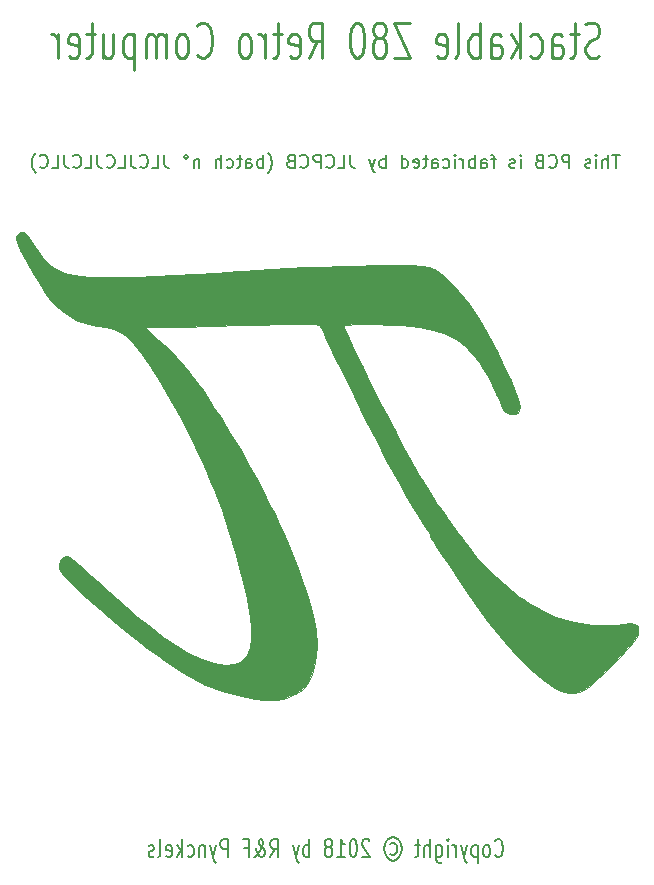
<source format=gbo>
%TF.GenerationSoftware,KiCad,Pcbnew,(5.0.1)-3*%
%TF.CreationDate,2018-11-22T17:32:38+01:00*%
%TF.ProjectId,S80 Processor,5338302050726F636573736F722E6B69,2.0*%
%TF.SameCoordinates,Original*%
%TF.FileFunction,Legend,Bot*%
%TF.FilePolarity,Positive*%
%FSLAX46Y46*%
G04 Gerber Fmt 4.6, Leading zero omitted, Abs format (unit mm)*
G04 Created by KiCad (PCBNEW (5.0.1)-3) date 22/11/2018 17:32:38*
%MOMM*%
%LPD*%
G01*
G04 APERTURE LIST*
%ADD10C,0.150000*%
%ADD11C,0.250000*%
%ADD12C,0.010000*%
G04 APERTURE END LIST*
D10*
X118435710Y-100682834D02*
X118488091Y-100754262D01*
X118645234Y-100825691D01*
X118749996Y-100825691D01*
X118907139Y-100754262D01*
X119011900Y-100611405D01*
X119064281Y-100468548D01*
X119116662Y-100182834D01*
X119116662Y-99968548D01*
X119064281Y-99682834D01*
X119011900Y-99539977D01*
X118907139Y-99397120D01*
X118749996Y-99325691D01*
X118645234Y-99325691D01*
X118488091Y-99397120D01*
X118435710Y-99468548D01*
X117807139Y-100825691D02*
X117911900Y-100754262D01*
X117964281Y-100682834D01*
X118016662Y-100539977D01*
X118016662Y-100111405D01*
X117964281Y-99968548D01*
X117911900Y-99897120D01*
X117807139Y-99825691D01*
X117649996Y-99825691D01*
X117545234Y-99897120D01*
X117492853Y-99968548D01*
X117440472Y-100111405D01*
X117440472Y-100539977D01*
X117492853Y-100682834D01*
X117545234Y-100754262D01*
X117649996Y-100825691D01*
X117807139Y-100825691D01*
X116969043Y-99825691D02*
X116969043Y-101325691D01*
X116969043Y-99897120D02*
X116864281Y-99825691D01*
X116654758Y-99825691D01*
X116549996Y-99897120D01*
X116497615Y-99968548D01*
X116445234Y-100111405D01*
X116445234Y-100539977D01*
X116497615Y-100682834D01*
X116549996Y-100754262D01*
X116654758Y-100825691D01*
X116864281Y-100825691D01*
X116969043Y-100754262D01*
X116078567Y-99825691D02*
X115816662Y-100825691D01*
X115554758Y-99825691D02*
X115816662Y-100825691D01*
X115921424Y-101182834D01*
X115973805Y-101254262D01*
X116078567Y-101325691D01*
X115135710Y-100825691D02*
X115135710Y-99825691D01*
X115135710Y-100111405D02*
X115083329Y-99968548D01*
X115030948Y-99897120D01*
X114926186Y-99825691D01*
X114821424Y-99825691D01*
X114454758Y-100825691D02*
X114454758Y-99825691D01*
X114454758Y-99325691D02*
X114507139Y-99397120D01*
X114454758Y-99468548D01*
X114402377Y-99397120D01*
X114454758Y-99325691D01*
X114454758Y-99468548D01*
X113459520Y-99825691D02*
X113459520Y-101039977D01*
X113511900Y-101182834D01*
X113564281Y-101254262D01*
X113669043Y-101325691D01*
X113826186Y-101325691D01*
X113930948Y-101254262D01*
X113459520Y-100754262D02*
X113564281Y-100825691D01*
X113773805Y-100825691D01*
X113878567Y-100754262D01*
X113930948Y-100682834D01*
X113983329Y-100539977D01*
X113983329Y-100111405D01*
X113930948Y-99968548D01*
X113878567Y-99897120D01*
X113773805Y-99825691D01*
X113564281Y-99825691D01*
X113459520Y-99897120D01*
X112935710Y-100825691D02*
X112935710Y-99325691D01*
X112464281Y-100825691D02*
X112464281Y-100039977D01*
X112516662Y-99897120D01*
X112621424Y-99825691D01*
X112778567Y-99825691D01*
X112883329Y-99897120D01*
X112935710Y-99968548D01*
X112097615Y-99825691D02*
X111678567Y-99825691D01*
X111940472Y-99325691D02*
X111940472Y-100611405D01*
X111888091Y-100754262D01*
X111783329Y-100825691D01*
X111678567Y-100825691D01*
X109583329Y-99682834D02*
X109688091Y-99611405D01*
X109897615Y-99611405D01*
X110002377Y-99682834D01*
X110107139Y-99825691D01*
X110159520Y-99968548D01*
X110159520Y-100254262D01*
X110107139Y-100397120D01*
X110002377Y-100539977D01*
X109897615Y-100611405D01*
X109688091Y-100611405D01*
X109583329Y-100539977D01*
X109792853Y-99111405D02*
X110054758Y-99182834D01*
X110316662Y-99397120D01*
X110473805Y-99754262D01*
X110526186Y-100111405D01*
X110473805Y-100468548D01*
X110316662Y-100825691D01*
X110054758Y-101039977D01*
X109792853Y-101111405D01*
X109530948Y-101039977D01*
X109269043Y-100825691D01*
X109111900Y-100468548D01*
X109059520Y-100111405D01*
X109111900Y-99754262D01*
X109269043Y-99397120D01*
X109530948Y-99182834D01*
X109792853Y-99111405D01*
X107802377Y-99468548D02*
X107749996Y-99397120D01*
X107645234Y-99325691D01*
X107383329Y-99325691D01*
X107278567Y-99397120D01*
X107226186Y-99468548D01*
X107173805Y-99611405D01*
X107173805Y-99754262D01*
X107226186Y-99968548D01*
X107854758Y-100825691D01*
X107173805Y-100825691D01*
X106492853Y-99325691D02*
X106388091Y-99325691D01*
X106283329Y-99397120D01*
X106230948Y-99468548D01*
X106178567Y-99611405D01*
X106126186Y-99897120D01*
X106126186Y-100254262D01*
X106178567Y-100539977D01*
X106230948Y-100682834D01*
X106283329Y-100754262D01*
X106388091Y-100825691D01*
X106492853Y-100825691D01*
X106597615Y-100754262D01*
X106649996Y-100682834D01*
X106702377Y-100539977D01*
X106754758Y-100254262D01*
X106754758Y-99897120D01*
X106702377Y-99611405D01*
X106649996Y-99468548D01*
X106597615Y-99397120D01*
X106492853Y-99325691D01*
X105078567Y-100825691D02*
X105707139Y-100825691D01*
X105392853Y-100825691D02*
X105392853Y-99325691D01*
X105497615Y-99539977D01*
X105602377Y-99682834D01*
X105707139Y-99754262D01*
X104449996Y-99968548D02*
X104554758Y-99897120D01*
X104607139Y-99825691D01*
X104659520Y-99682834D01*
X104659520Y-99611405D01*
X104607139Y-99468548D01*
X104554758Y-99397120D01*
X104449996Y-99325691D01*
X104240472Y-99325691D01*
X104135710Y-99397120D01*
X104083329Y-99468548D01*
X104030948Y-99611405D01*
X104030948Y-99682834D01*
X104083329Y-99825691D01*
X104135710Y-99897120D01*
X104240472Y-99968548D01*
X104449996Y-99968548D01*
X104554758Y-100039977D01*
X104607139Y-100111405D01*
X104659520Y-100254262D01*
X104659520Y-100539977D01*
X104607139Y-100682834D01*
X104554758Y-100754262D01*
X104449996Y-100825691D01*
X104240472Y-100825691D01*
X104135710Y-100754262D01*
X104083329Y-100682834D01*
X104030948Y-100539977D01*
X104030948Y-100254262D01*
X104083329Y-100111405D01*
X104135710Y-100039977D01*
X104240472Y-99968548D01*
X102721424Y-100825691D02*
X102721424Y-99325691D01*
X102721424Y-99897120D02*
X102616662Y-99825691D01*
X102407139Y-99825691D01*
X102302377Y-99897120D01*
X102249996Y-99968548D01*
X102197615Y-100111405D01*
X102197615Y-100539977D01*
X102249996Y-100682834D01*
X102302377Y-100754262D01*
X102407139Y-100825691D01*
X102616662Y-100825691D01*
X102721424Y-100754262D01*
X101830948Y-99825691D02*
X101569043Y-100825691D01*
X101307139Y-99825691D02*
X101569043Y-100825691D01*
X101673805Y-101182834D01*
X101726186Y-101254262D01*
X101830948Y-101325691D01*
X99421424Y-100825691D02*
X99788091Y-100111405D01*
X100049996Y-100825691D02*
X100049996Y-99325691D01*
X99630948Y-99325691D01*
X99526186Y-99397120D01*
X99473805Y-99468548D01*
X99421424Y-99611405D01*
X99421424Y-99825691D01*
X99473805Y-99968548D01*
X99526186Y-100039977D01*
X99630948Y-100111405D01*
X100049996Y-100111405D01*
X98059519Y-100825691D02*
X98111900Y-100825691D01*
X98216662Y-100754262D01*
X98373805Y-100539977D01*
X98635710Y-100111405D01*
X98740472Y-99897120D01*
X98792853Y-99682834D01*
X98792853Y-99539977D01*
X98740472Y-99397120D01*
X98635710Y-99325691D01*
X98583329Y-99325691D01*
X98478567Y-99397120D01*
X98426186Y-99539977D01*
X98426186Y-99611405D01*
X98478567Y-99754262D01*
X98530948Y-99825691D01*
X98845234Y-100111405D01*
X98897615Y-100182834D01*
X98949996Y-100325691D01*
X98949996Y-100539977D01*
X98897615Y-100682834D01*
X98845234Y-100754262D01*
X98740472Y-100825691D01*
X98583329Y-100825691D01*
X98478567Y-100754262D01*
X98426186Y-100682834D01*
X98269043Y-100397120D01*
X98216662Y-100182834D01*
X98216662Y-100039977D01*
X97221424Y-100039977D02*
X97588091Y-100039977D01*
X97588091Y-100825691D02*
X97588091Y-99325691D01*
X97064281Y-99325691D01*
X95807139Y-100825691D02*
X95807139Y-99325691D01*
X95388091Y-99325691D01*
X95283329Y-99397120D01*
X95230948Y-99468548D01*
X95178567Y-99611405D01*
X95178567Y-99825691D01*
X95230948Y-99968548D01*
X95283329Y-100039977D01*
X95388091Y-100111405D01*
X95807139Y-100111405D01*
X94811900Y-99825691D02*
X94549996Y-100825691D01*
X94288091Y-99825691D02*
X94549996Y-100825691D01*
X94654758Y-101182834D01*
X94707139Y-101254262D01*
X94811900Y-101325691D01*
X93869043Y-99825691D02*
X93869043Y-100825691D01*
X93869043Y-99968548D02*
X93816662Y-99897120D01*
X93711900Y-99825691D01*
X93554758Y-99825691D01*
X93449996Y-99897120D01*
X93397615Y-100039977D01*
X93397615Y-100825691D01*
X92402377Y-100754262D02*
X92507139Y-100825691D01*
X92716662Y-100825691D01*
X92821424Y-100754262D01*
X92873805Y-100682834D01*
X92926186Y-100539977D01*
X92926186Y-100111405D01*
X92873805Y-99968548D01*
X92821424Y-99897120D01*
X92716662Y-99825691D01*
X92507139Y-99825691D01*
X92402377Y-99897120D01*
X91930948Y-100825691D02*
X91930948Y-99325691D01*
X91826186Y-100254262D02*
X91511900Y-100825691D01*
X91511900Y-99825691D02*
X91930948Y-100397120D01*
X90621424Y-100754262D02*
X90726186Y-100825691D01*
X90935710Y-100825691D01*
X91040472Y-100754262D01*
X91092853Y-100611405D01*
X91092853Y-100039977D01*
X91040472Y-99897120D01*
X90935710Y-99825691D01*
X90726186Y-99825691D01*
X90621424Y-99897120D01*
X90569043Y-100039977D01*
X90569043Y-100182834D01*
X91092853Y-100325691D01*
X89940472Y-100825691D02*
X90045234Y-100754262D01*
X90097615Y-100611405D01*
X90097615Y-99325691D01*
X89573805Y-100754262D02*
X89469043Y-100825691D01*
X89259519Y-100825691D01*
X89154758Y-100754262D01*
X89102377Y-100611405D01*
X89102377Y-100539977D01*
X89154758Y-100397120D01*
X89259519Y-100325691D01*
X89416662Y-100325691D01*
X89521424Y-100254262D01*
X89573805Y-100111405D01*
X89573805Y-100039977D01*
X89521424Y-99897120D01*
X89416662Y-99825691D01*
X89259519Y-99825691D01*
X89154758Y-99897120D01*
D11*
X127235238Y-33024485D02*
X126949523Y-33167342D01*
X126473333Y-33167342D01*
X126282857Y-33024485D01*
X126187619Y-32881628D01*
X126092380Y-32595914D01*
X126092380Y-32310200D01*
X126187619Y-32024485D01*
X126282857Y-31881628D01*
X126473333Y-31738771D01*
X126854285Y-31595914D01*
X127044761Y-31453057D01*
X127140000Y-31310200D01*
X127235238Y-31024485D01*
X127235238Y-30738771D01*
X127140000Y-30453057D01*
X127044761Y-30310200D01*
X126854285Y-30167342D01*
X126378095Y-30167342D01*
X126092380Y-30310200D01*
X125520952Y-31167342D02*
X124759047Y-31167342D01*
X125235238Y-30167342D02*
X125235238Y-32738771D01*
X125140000Y-33024485D01*
X124949523Y-33167342D01*
X124759047Y-33167342D01*
X123235238Y-33167342D02*
X123235238Y-31595914D01*
X123330476Y-31310200D01*
X123520952Y-31167342D01*
X123901904Y-31167342D01*
X124092380Y-31310200D01*
X123235238Y-33024485D02*
X123425714Y-33167342D01*
X123901904Y-33167342D01*
X124092380Y-33024485D01*
X124187619Y-32738771D01*
X124187619Y-32453057D01*
X124092380Y-32167342D01*
X123901904Y-32024485D01*
X123425714Y-32024485D01*
X123235238Y-31881628D01*
X121425714Y-33024485D02*
X121616190Y-33167342D01*
X121997142Y-33167342D01*
X122187619Y-33024485D01*
X122282857Y-32881628D01*
X122378095Y-32595914D01*
X122378095Y-31738771D01*
X122282857Y-31453057D01*
X122187619Y-31310200D01*
X121997142Y-31167342D01*
X121616190Y-31167342D01*
X121425714Y-31310200D01*
X120568571Y-33167342D02*
X120568571Y-30167342D01*
X120378095Y-32024485D02*
X119806666Y-33167342D01*
X119806666Y-31167342D02*
X120568571Y-32310200D01*
X118092380Y-33167342D02*
X118092380Y-31595914D01*
X118187619Y-31310200D01*
X118378095Y-31167342D01*
X118759047Y-31167342D01*
X118949523Y-31310200D01*
X118092380Y-33024485D02*
X118282857Y-33167342D01*
X118759047Y-33167342D01*
X118949523Y-33024485D01*
X119044761Y-32738771D01*
X119044761Y-32453057D01*
X118949523Y-32167342D01*
X118759047Y-32024485D01*
X118282857Y-32024485D01*
X118092380Y-31881628D01*
X117140000Y-33167342D02*
X117140000Y-30167342D01*
X117140000Y-31310200D02*
X116949523Y-31167342D01*
X116568571Y-31167342D01*
X116378095Y-31310200D01*
X116282857Y-31453057D01*
X116187619Y-31738771D01*
X116187619Y-32595914D01*
X116282857Y-32881628D01*
X116378095Y-33024485D01*
X116568571Y-33167342D01*
X116949523Y-33167342D01*
X117140000Y-33024485D01*
X115044761Y-33167342D02*
X115235238Y-33024485D01*
X115330476Y-32738771D01*
X115330476Y-30167342D01*
X113520952Y-33024485D02*
X113711428Y-33167342D01*
X114092380Y-33167342D01*
X114282857Y-33024485D01*
X114378095Y-32738771D01*
X114378095Y-31595914D01*
X114282857Y-31310200D01*
X114092380Y-31167342D01*
X113711428Y-31167342D01*
X113520952Y-31310200D01*
X113425714Y-31595914D01*
X113425714Y-31881628D01*
X114378095Y-32167342D01*
X111235238Y-30167342D02*
X109901904Y-30167342D01*
X111235238Y-33167342D01*
X109901904Y-33167342D01*
X108854285Y-31453057D02*
X109044761Y-31310200D01*
X109140000Y-31167342D01*
X109235238Y-30881628D01*
X109235238Y-30738771D01*
X109140000Y-30453057D01*
X109044761Y-30310200D01*
X108854285Y-30167342D01*
X108473333Y-30167342D01*
X108282857Y-30310200D01*
X108187619Y-30453057D01*
X108092380Y-30738771D01*
X108092380Y-30881628D01*
X108187619Y-31167342D01*
X108282857Y-31310200D01*
X108473333Y-31453057D01*
X108854285Y-31453057D01*
X109044761Y-31595914D01*
X109140000Y-31738771D01*
X109235238Y-32024485D01*
X109235238Y-32595914D01*
X109140000Y-32881628D01*
X109044761Y-33024485D01*
X108854285Y-33167342D01*
X108473333Y-33167342D01*
X108282857Y-33024485D01*
X108187619Y-32881628D01*
X108092380Y-32595914D01*
X108092380Y-32024485D01*
X108187619Y-31738771D01*
X108282857Y-31595914D01*
X108473333Y-31453057D01*
X106854285Y-30167342D02*
X106663809Y-30167342D01*
X106473333Y-30310200D01*
X106378095Y-30453057D01*
X106282857Y-30738771D01*
X106187619Y-31310200D01*
X106187619Y-32024485D01*
X106282857Y-32595914D01*
X106378095Y-32881628D01*
X106473333Y-33024485D01*
X106663809Y-33167342D01*
X106854285Y-33167342D01*
X107044761Y-33024485D01*
X107140000Y-32881628D01*
X107235238Y-32595914D01*
X107330476Y-32024485D01*
X107330476Y-31310200D01*
X107235238Y-30738771D01*
X107140000Y-30453057D01*
X107044761Y-30310200D01*
X106854285Y-30167342D01*
X102663809Y-33167342D02*
X103330476Y-31738771D01*
X103806666Y-33167342D02*
X103806666Y-30167342D01*
X103044761Y-30167342D01*
X102854285Y-30310200D01*
X102759047Y-30453057D01*
X102663809Y-30738771D01*
X102663809Y-31167342D01*
X102759047Y-31453057D01*
X102854285Y-31595914D01*
X103044761Y-31738771D01*
X103806666Y-31738771D01*
X101044761Y-33024485D02*
X101235238Y-33167342D01*
X101616190Y-33167342D01*
X101806666Y-33024485D01*
X101901904Y-32738771D01*
X101901904Y-31595914D01*
X101806666Y-31310200D01*
X101616190Y-31167342D01*
X101235238Y-31167342D01*
X101044761Y-31310200D01*
X100949523Y-31595914D01*
X100949523Y-31881628D01*
X101901904Y-32167342D01*
X100378095Y-31167342D02*
X99616190Y-31167342D01*
X100092380Y-30167342D02*
X100092380Y-32738771D01*
X99997142Y-33024485D01*
X99806666Y-33167342D01*
X99616190Y-33167342D01*
X98949523Y-33167342D02*
X98949523Y-31167342D01*
X98949523Y-31738771D02*
X98854285Y-31453057D01*
X98759047Y-31310200D01*
X98568571Y-31167342D01*
X98378095Y-31167342D01*
X97425714Y-33167342D02*
X97616190Y-33024485D01*
X97711428Y-32881628D01*
X97806666Y-32595914D01*
X97806666Y-31738771D01*
X97711428Y-31453057D01*
X97616190Y-31310200D01*
X97425714Y-31167342D01*
X97140000Y-31167342D01*
X96949523Y-31310200D01*
X96854285Y-31453057D01*
X96759047Y-31738771D01*
X96759047Y-32595914D01*
X96854285Y-32881628D01*
X96949523Y-33024485D01*
X97140000Y-33167342D01*
X97425714Y-33167342D01*
X93235238Y-32881628D02*
X93330476Y-33024485D01*
X93616190Y-33167342D01*
X93806666Y-33167342D01*
X94092380Y-33024485D01*
X94282857Y-32738771D01*
X94378095Y-32453057D01*
X94473333Y-31881628D01*
X94473333Y-31453057D01*
X94378095Y-30881628D01*
X94282857Y-30595914D01*
X94092380Y-30310200D01*
X93806666Y-30167342D01*
X93616190Y-30167342D01*
X93330476Y-30310200D01*
X93235238Y-30453057D01*
X92092380Y-33167342D02*
X92282857Y-33024485D01*
X92378095Y-32881628D01*
X92473333Y-32595914D01*
X92473333Y-31738771D01*
X92378095Y-31453057D01*
X92282857Y-31310200D01*
X92092380Y-31167342D01*
X91806666Y-31167342D01*
X91616190Y-31310200D01*
X91520952Y-31453057D01*
X91425714Y-31738771D01*
X91425714Y-32595914D01*
X91520952Y-32881628D01*
X91616190Y-33024485D01*
X91806666Y-33167342D01*
X92092380Y-33167342D01*
X90568571Y-33167342D02*
X90568571Y-31167342D01*
X90568571Y-31453057D02*
X90473333Y-31310200D01*
X90282857Y-31167342D01*
X89997142Y-31167342D01*
X89806666Y-31310200D01*
X89711428Y-31595914D01*
X89711428Y-33167342D01*
X89711428Y-31595914D02*
X89616190Y-31310200D01*
X89425714Y-31167342D01*
X89140000Y-31167342D01*
X88949523Y-31310200D01*
X88854285Y-31595914D01*
X88854285Y-33167342D01*
X87901904Y-31167342D02*
X87901904Y-34167342D01*
X87901904Y-31310200D02*
X87711428Y-31167342D01*
X87330476Y-31167342D01*
X87140000Y-31310200D01*
X87044761Y-31453057D01*
X86949523Y-31738771D01*
X86949523Y-32595914D01*
X87044761Y-32881628D01*
X87140000Y-33024485D01*
X87330476Y-33167342D01*
X87711428Y-33167342D01*
X87901904Y-33024485D01*
X85235238Y-31167342D02*
X85235238Y-33167342D01*
X86092380Y-31167342D02*
X86092380Y-32738771D01*
X85997142Y-33024485D01*
X85806666Y-33167342D01*
X85520952Y-33167342D01*
X85330476Y-33024485D01*
X85235238Y-32881628D01*
X84568571Y-31167342D02*
X83806666Y-31167342D01*
X84282857Y-30167342D02*
X84282857Y-32738771D01*
X84187619Y-33024485D01*
X83997142Y-33167342D01*
X83806666Y-33167342D01*
X82378095Y-33024485D02*
X82568571Y-33167342D01*
X82949523Y-33167342D01*
X83140000Y-33024485D01*
X83235238Y-32738771D01*
X83235238Y-31595914D01*
X83140000Y-31310200D01*
X82949523Y-31167342D01*
X82568571Y-31167342D01*
X82378095Y-31310200D01*
X82282857Y-31595914D01*
X82282857Y-31881628D01*
X83235238Y-32167342D01*
X81425714Y-33167342D02*
X81425714Y-31167342D01*
X81425714Y-31738771D02*
X81330476Y-31453057D01*
X81235238Y-31310200D01*
X81044761Y-31167342D01*
X80854285Y-31167342D01*
D10*
X128980523Y-41361619D02*
X128351952Y-41361619D01*
X128666238Y-42461619D02*
X128666238Y-41361619D01*
X127985285Y-42461619D02*
X127985285Y-41361619D01*
X127513857Y-42461619D02*
X127513857Y-41885428D01*
X127566238Y-41780666D01*
X127671000Y-41728285D01*
X127828142Y-41728285D01*
X127932904Y-41780666D01*
X127985285Y-41833047D01*
X126990047Y-42461619D02*
X126990047Y-41728285D01*
X126990047Y-41361619D02*
X127042428Y-41414000D01*
X126990047Y-41466380D01*
X126937666Y-41414000D01*
X126990047Y-41361619D01*
X126990047Y-41466380D01*
X126518619Y-42409238D02*
X126413857Y-42461619D01*
X126204333Y-42461619D01*
X126099571Y-42409238D01*
X126047190Y-42304476D01*
X126047190Y-42252095D01*
X126099571Y-42147333D01*
X126204333Y-42094952D01*
X126361476Y-42094952D01*
X126466238Y-42042571D01*
X126518619Y-41937809D01*
X126518619Y-41885428D01*
X126466238Y-41780666D01*
X126361476Y-41728285D01*
X126204333Y-41728285D01*
X126099571Y-41780666D01*
X124737666Y-42461619D02*
X124737666Y-41361619D01*
X124318619Y-41361619D01*
X124213857Y-41414000D01*
X124161476Y-41466380D01*
X124109095Y-41571142D01*
X124109095Y-41728285D01*
X124161476Y-41833047D01*
X124213857Y-41885428D01*
X124318619Y-41937809D01*
X124737666Y-41937809D01*
X123009095Y-42356857D02*
X123061476Y-42409238D01*
X123218619Y-42461619D01*
X123323380Y-42461619D01*
X123480523Y-42409238D01*
X123585285Y-42304476D01*
X123637666Y-42199714D01*
X123690047Y-41990190D01*
X123690047Y-41833047D01*
X123637666Y-41623523D01*
X123585285Y-41518761D01*
X123480523Y-41414000D01*
X123323380Y-41361619D01*
X123218619Y-41361619D01*
X123061476Y-41414000D01*
X123009095Y-41466380D01*
X122171000Y-41885428D02*
X122013857Y-41937809D01*
X121961476Y-41990190D01*
X121909095Y-42094952D01*
X121909095Y-42252095D01*
X121961476Y-42356857D01*
X122013857Y-42409238D01*
X122118619Y-42461619D01*
X122537666Y-42461619D01*
X122537666Y-41361619D01*
X122171000Y-41361619D01*
X122066238Y-41414000D01*
X122013857Y-41466380D01*
X121961476Y-41571142D01*
X121961476Y-41675904D01*
X122013857Y-41780666D01*
X122066238Y-41833047D01*
X122171000Y-41885428D01*
X122537666Y-41885428D01*
X120599571Y-42461619D02*
X120599571Y-41728285D01*
X120599571Y-41361619D02*
X120651952Y-41414000D01*
X120599571Y-41466380D01*
X120547190Y-41414000D01*
X120599571Y-41361619D01*
X120599571Y-41466380D01*
X120128142Y-42409238D02*
X120023380Y-42461619D01*
X119813857Y-42461619D01*
X119709095Y-42409238D01*
X119656714Y-42304476D01*
X119656714Y-42252095D01*
X119709095Y-42147333D01*
X119813857Y-42094952D01*
X119971000Y-42094952D01*
X120075761Y-42042571D01*
X120128142Y-41937809D01*
X120128142Y-41885428D01*
X120075761Y-41780666D01*
X119971000Y-41728285D01*
X119813857Y-41728285D01*
X119709095Y-41780666D01*
X118504333Y-41728285D02*
X118085285Y-41728285D01*
X118347190Y-42461619D02*
X118347190Y-41518761D01*
X118294809Y-41414000D01*
X118190047Y-41361619D01*
X118085285Y-41361619D01*
X117247190Y-42461619D02*
X117247190Y-41885428D01*
X117299571Y-41780666D01*
X117404333Y-41728285D01*
X117613857Y-41728285D01*
X117718619Y-41780666D01*
X117247190Y-42409238D02*
X117351952Y-42461619D01*
X117613857Y-42461619D01*
X117718619Y-42409238D01*
X117771000Y-42304476D01*
X117771000Y-42199714D01*
X117718619Y-42094952D01*
X117613857Y-42042571D01*
X117351952Y-42042571D01*
X117247190Y-41990190D01*
X116723380Y-42461619D02*
X116723380Y-41361619D01*
X116723380Y-41780666D02*
X116618619Y-41728285D01*
X116409095Y-41728285D01*
X116304333Y-41780666D01*
X116251952Y-41833047D01*
X116199571Y-41937809D01*
X116199571Y-42252095D01*
X116251952Y-42356857D01*
X116304333Y-42409238D01*
X116409095Y-42461619D01*
X116618619Y-42461619D01*
X116723380Y-42409238D01*
X115728142Y-42461619D02*
X115728142Y-41728285D01*
X115728142Y-41937809D02*
X115675761Y-41833047D01*
X115623380Y-41780666D01*
X115518619Y-41728285D01*
X115413857Y-41728285D01*
X115047190Y-42461619D02*
X115047190Y-41728285D01*
X115047190Y-41361619D02*
X115099571Y-41414000D01*
X115047190Y-41466380D01*
X114994809Y-41414000D01*
X115047190Y-41361619D01*
X115047190Y-41466380D01*
X114051952Y-42409238D02*
X114156714Y-42461619D01*
X114366238Y-42461619D01*
X114470999Y-42409238D01*
X114523380Y-42356857D01*
X114575761Y-42252095D01*
X114575761Y-41937809D01*
X114523380Y-41833047D01*
X114470999Y-41780666D01*
X114366238Y-41728285D01*
X114156714Y-41728285D01*
X114051952Y-41780666D01*
X113109095Y-42461619D02*
X113109095Y-41885428D01*
X113161476Y-41780666D01*
X113266238Y-41728285D01*
X113475761Y-41728285D01*
X113580523Y-41780666D01*
X113109095Y-42409238D02*
X113213857Y-42461619D01*
X113475761Y-42461619D01*
X113580523Y-42409238D01*
X113632904Y-42304476D01*
X113632904Y-42199714D01*
X113580523Y-42094952D01*
X113475761Y-42042571D01*
X113213857Y-42042571D01*
X113109095Y-41990190D01*
X112742428Y-41728285D02*
X112323380Y-41728285D01*
X112585285Y-41361619D02*
X112585285Y-42304476D01*
X112532904Y-42409238D01*
X112428142Y-42461619D01*
X112323380Y-42461619D01*
X111537666Y-42409238D02*
X111642428Y-42461619D01*
X111851952Y-42461619D01*
X111956714Y-42409238D01*
X112009095Y-42304476D01*
X112009095Y-41885428D01*
X111956714Y-41780666D01*
X111851952Y-41728285D01*
X111642428Y-41728285D01*
X111537666Y-41780666D01*
X111485285Y-41885428D01*
X111485285Y-41990190D01*
X112009095Y-42094952D01*
X110542428Y-42461619D02*
X110542428Y-41361619D01*
X110542428Y-42409238D02*
X110647190Y-42461619D01*
X110856714Y-42461619D01*
X110961476Y-42409238D01*
X111013857Y-42356857D01*
X111066238Y-42252095D01*
X111066238Y-41937809D01*
X111013857Y-41833047D01*
X110961476Y-41780666D01*
X110856714Y-41728285D01*
X110647190Y-41728285D01*
X110542428Y-41780666D01*
X109180523Y-42461619D02*
X109180523Y-41361619D01*
X109180523Y-41780666D02*
X109075761Y-41728285D01*
X108866238Y-41728285D01*
X108761476Y-41780666D01*
X108709095Y-41833047D01*
X108656714Y-41937809D01*
X108656714Y-42252095D01*
X108709095Y-42356857D01*
X108761476Y-42409238D01*
X108866238Y-42461619D01*
X109075761Y-42461619D01*
X109180523Y-42409238D01*
X108290047Y-41728285D02*
X108028142Y-42461619D01*
X107766238Y-41728285D02*
X108028142Y-42461619D01*
X108132904Y-42723523D01*
X108185285Y-42775904D01*
X108290047Y-42828285D01*
X106194809Y-41361619D02*
X106194809Y-42147333D01*
X106247190Y-42304476D01*
X106351952Y-42409238D01*
X106509095Y-42461619D01*
X106613857Y-42461619D01*
X105147190Y-42461619D02*
X105670999Y-42461619D01*
X105670999Y-41361619D01*
X104151952Y-42356857D02*
X104204333Y-42409238D01*
X104361476Y-42461619D01*
X104466238Y-42461619D01*
X104623380Y-42409238D01*
X104728142Y-42304476D01*
X104780523Y-42199714D01*
X104832904Y-41990190D01*
X104832904Y-41833047D01*
X104780523Y-41623523D01*
X104728142Y-41518761D01*
X104623380Y-41414000D01*
X104466238Y-41361619D01*
X104361476Y-41361619D01*
X104204333Y-41414000D01*
X104151952Y-41466380D01*
X103680523Y-42461619D02*
X103680523Y-41361619D01*
X103261476Y-41361619D01*
X103156714Y-41414000D01*
X103104333Y-41466380D01*
X103051952Y-41571142D01*
X103051952Y-41728285D01*
X103104333Y-41833047D01*
X103156714Y-41885428D01*
X103261476Y-41937809D01*
X103680523Y-41937809D01*
X101951952Y-42356857D02*
X102004333Y-42409238D01*
X102161476Y-42461619D01*
X102266238Y-42461619D01*
X102423380Y-42409238D01*
X102528142Y-42304476D01*
X102580523Y-42199714D01*
X102632904Y-41990190D01*
X102632904Y-41833047D01*
X102580523Y-41623523D01*
X102528142Y-41518761D01*
X102423380Y-41414000D01*
X102266238Y-41361619D01*
X102161476Y-41361619D01*
X102004333Y-41414000D01*
X101951952Y-41466380D01*
X101113857Y-41885428D02*
X100956714Y-41937809D01*
X100904333Y-41990190D01*
X100851952Y-42094952D01*
X100851952Y-42252095D01*
X100904333Y-42356857D01*
X100956714Y-42409238D01*
X101061476Y-42461619D01*
X101480523Y-42461619D01*
X101480523Y-41361619D01*
X101113857Y-41361619D01*
X101009095Y-41414000D01*
X100956714Y-41466380D01*
X100904333Y-41571142D01*
X100904333Y-41675904D01*
X100956714Y-41780666D01*
X101009095Y-41833047D01*
X101113857Y-41885428D01*
X101480523Y-41885428D01*
X99228142Y-42880666D02*
X99280523Y-42828285D01*
X99385285Y-42671142D01*
X99437666Y-42566380D01*
X99490047Y-42409238D01*
X99542428Y-42147333D01*
X99542428Y-41937809D01*
X99490047Y-41675904D01*
X99437666Y-41518761D01*
X99385285Y-41414000D01*
X99280523Y-41256857D01*
X99228142Y-41204476D01*
X98809095Y-42461619D02*
X98809095Y-41361619D01*
X98809095Y-41780666D02*
X98704333Y-41728285D01*
X98494809Y-41728285D01*
X98390047Y-41780666D01*
X98337666Y-41833047D01*
X98285285Y-41937809D01*
X98285285Y-42252095D01*
X98337666Y-42356857D01*
X98390047Y-42409238D01*
X98494809Y-42461619D01*
X98704333Y-42461619D01*
X98809095Y-42409238D01*
X97342428Y-42461619D02*
X97342428Y-41885428D01*
X97394809Y-41780666D01*
X97499571Y-41728285D01*
X97709095Y-41728285D01*
X97813857Y-41780666D01*
X97342428Y-42409238D02*
X97447190Y-42461619D01*
X97709095Y-42461619D01*
X97813857Y-42409238D01*
X97866238Y-42304476D01*
X97866238Y-42199714D01*
X97813857Y-42094952D01*
X97709095Y-42042571D01*
X97447190Y-42042571D01*
X97342428Y-41990190D01*
X96975761Y-41728285D02*
X96556714Y-41728285D01*
X96818619Y-41361619D02*
X96818619Y-42304476D01*
X96766238Y-42409238D01*
X96661476Y-42461619D01*
X96556714Y-42461619D01*
X95718619Y-42409238D02*
X95823380Y-42461619D01*
X96032904Y-42461619D01*
X96137666Y-42409238D01*
X96190047Y-42356857D01*
X96242428Y-42252095D01*
X96242428Y-41937809D01*
X96190047Y-41833047D01*
X96137666Y-41780666D01*
X96032904Y-41728285D01*
X95823380Y-41728285D01*
X95718619Y-41780666D01*
X95247190Y-42461619D02*
X95247190Y-41361619D01*
X94775761Y-42461619D02*
X94775761Y-41885428D01*
X94828142Y-41780666D01*
X94932904Y-41728285D01*
X95090047Y-41728285D01*
X95194809Y-41780666D01*
X95247190Y-41833047D01*
X93413857Y-41728285D02*
X93413857Y-42461619D01*
X93413857Y-41833047D02*
X93361476Y-41780666D01*
X93256714Y-41728285D01*
X93099571Y-41728285D01*
X92994809Y-41780666D01*
X92942428Y-41885428D01*
X92942428Y-42461619D01*
X92261476Y-41361619D02*
X92366238Y-41414000D01*
X92418619Y-41518761D01*
X92366238Y-41623523D01*
X92261476Y-41675904D01*
X92156714Y-41623523D01*
X92104333Y-41518761D01*
X92156714Y-41414000D01*
X92261476Y-41361619D01*
X90428142Y-41361619D02*
X90428142Y-42147333D01*
X90480523Y-42304476D01*
X90585285Y-42409238D01*
X90742428Y-42461619D01*
X90847190Y-42461619D01*
X89380523Y-42461619D02*
X89904333Y-42461619D01*
X89904333Y-41361619D01*
X88385285Y-42356857D02*
X88437666Y-42409238D01*
X88594809Y-42461619D01*
X88699571Y-42461619D01*
X88856714Y-42409238D01*
X88961476Y-42304476D01*
X89013857Y-42199714D01*
X89066238Y-41990190D01*
X89066238Y-41833047D01*
X89013857Y-41623523D01*
X88961476Y-41518761D01*
X88856714Y-41414000D01*
X88699571Y-41361619D01*
X88594809Y-41361619D01*
X88437666Y-41414000D01*
X88385285Y-41466380D01*
X87599571Y-41361619D02*
X87599571Y-42147333D01*
X87651952Y-42304476D01*
X87756714Y-42409238D01*
X87913857Y-42461619D01*
X88018619Y-42461619D01*
X86551952Y-42461619D02*
X87075761Y-42461619D01*
X87075761Y-41361619D01*
X85556714Y-42356857D02*
X85609095Y-42409238D01*
X85766238Y-42461619D01*
X85870999Y-42461619D01*
X86028142Y-42409238D01*
X86132904Y-42304476D01*
X86185285Y-42199714D01*
X86237666Y-41990190D01*
X86237666Y-41833047D01*
X86185285Y-41623523D01*
X86132904Y-41518761D01*
X86028142Y-41414000D01*
X85870999Y-41361619D01*
X85766238Y-41361619D01*
X85609095Y-41414000D01*
X85556714Y-41466380D01*
X84770999Y-41361619D02*
X84770999Y-42147333D01*
X84823380Y-42304476D01*
X84928142Y-42409238D01*
X85085285Y-42461619D01*
X85190047Y-42461619D01*
X83723380Y-42461619D02*
X84247190Y-42461619D01*
X84247190Y-41361619D01*
X82728142Y-42356857D02*
X82780523Y-42409238D01*
X82937666Y-42461619D01*
X83042428Y-42461619D01*
X83199571Y-42409238D01*
X83304333Y-42304476D01*
X83356714Y-42199714D01*
X83409095Y-41990190D01*
X83409095Y-41833047D01*
X83356714Y-41623523D01*
X83304333Y-41518761D01*
X83199571Y-41414000D01*
X83042428Y-41361619D01*
X82937666Y-41361619D01*
X82780523Y-41414000D01*
X82728142Y-41466380D01*
X81942428Y-41361619D02*
X81942428Y-42147333D01*
X81994809Y-42304476D01*
X82099571Y-42409238D01*
X82256714Y-42461619D01*
X82361476Y-42461619D01*
X80894809Y-42461619D02*
X81418619Y-42461619D01*
X81418619Y-41361619D01*
X79899571Y-42356857D02*
X79951952Y-42409238D01*
X80109095Y-42461619D01*
X80213857Y-42461619D01*
X80370999Y-42409238D01*
X80475761Y-42304476D01*
X80528142Y-42199714D01*
X80580523Y-41990190D01*
X80580523Y-41833047D01*
X80528142Y-41623523D01*
X80475761Y-41518761D01*
X80370999Y-41414000D01*
X80213857Y-41361619D01*
X80109095Y-41361619D01*
X79951952Y-41414000D01*
X79899571Y-41466380D01*
X79532904Y-42880666D02*
X79480523Y-42828285D01*
X79375761Y-42671142D01*
X79323380Y-42566380D01*
X79270999Y-42409238D01*
X79218619Y-42147333D01*
X79218619Y-41937809D01*
X79270999Y-41675904D01*
X79323380Y-41518761D01*
X79375761Y-41414000D01*
X79480523Y-41256857D01*
X79532904Y-41204476D01*
D12*
G36*
X78343094Y-47895062D02*
X78080519Y-48078190D01*
X77896995Y-48287698D01*
X77850451Y-48484731D01*
X77933694Y-48785292D01*
X78022560Y-49012704D01*
X78217923Y-49425474D01*
X78541618Y-50027679D01*
X78956392Y-50755739D01*
X79424994Y-51546073D01*
X79910170Y-52335103D01*
X80374668Y-53059247D01*
X80530399Y-53292919D01*
X81186443Y-54080652D01*
X82007411Y-54795884D01*
X82776193Y-55280578D01*
X83143612Y-55419791D01*
X83714589Y-55582581D01*
X84394331Y-55743319D01*
X84769476Y-55819524D01*
X85459859Y-55965539D01*
X86083900Y-56123283D01*
X86550691Y-56268600D01*
X86707651Y-56334572D01*
X87212516Y-56704258D01*
X87810765Y-57325911D01*
X88484919Y-58170170D01*
X89217498Y-59207677D01*
X89991021Y-60409074D01*
X90788009Y-61745001D01*
X91590981Y-63186100D01*
X92382460Y-64703013D01*
X93144963Y-66266380D01*
X93861012Y-67846843D01*
X94513126Y-69415043D01*
X94547540Y-69502262D01*
X95287501Y-71468218D01*
X95941341Y-73377576D01*
X96504129Y-75206355D01*
X96970932Y-76930577D01*
X97336822Y-78526263D01*
X97596866Y-79969435D01*
X97746134Y-81236113D01*
X97779695Y-82302320D01*
X97692617Y-83144076D01*
X97479971Y-83737403D01*
X97476142Y-83743729D01*
X97024956Y-84209566D01*
X96386084Y-84466394D01*
X95584865Y-84519807D01*
X94646636Y-84375399D01*
X93596736Y-84038766D01*
X92460503Y-83515502D01*
X91263275Y-82811201D01*
X90341907Y-82168532D01*
X89277918Y-81346194D01*
X88077491Y-80367708D01*
X86813560Y-79295090D01*
X85559061Y-78190359D01*
X84386930Y-77115531D01*
X84271517Y-77006851D01*
X83630341Y-76417935D01*
X83058675Y-75924122D01*
X82597410Y-75558587D01*
X82287437Y-75354503D01*
X82196133Y-75323095D01*
X81864960Y-75456618D01*
X81614270Y-75787642D01*
X81506131Y-76211847D01*
X81529159Y-76444147D01*
X81688588Y-76708955D01*
X82058584Y-77132602D01*
X82609927Y-77689705D01*
X83313401Y-78354881D01*
X84139785Y-79102749D01*
X85059862Y-79907926D01*
X86044414Y-80745029D01*
X87064221Y-81588677D01*
X88090065Y-82413487D01*
X89092727Y-83194076D01*
X90042990Y-83905062D01*
X90480443Y-84220208D01*
X92219290Y-85349533D01*
X93906285Y-86220889D01*
X95598882Y-86858240D01*
X97354534Y-87285550D01*
X98122976Y-87407938D01*
X98921583Y-87506996D01*
X99510116Y-87548157D01*
X99975617Y-87529690D01*
X100405133Y-87449861D01*
X100732812Y-87355973D01*
X101523644Y-87044203D01*
X102118301Y-86638023D01*
X102568636Y-86080007D01*
X102926502Y-85312731D01*
X103124533Y-84707261D01*
X103317088Y-83777057D01*
X103366785Y-82752706D01*
X103268857Y-81605446D01*
X103018538Y-80306513D01*
X102611063Y-78827142D01*
X102041665Y-77138570D01*
X101732493Y-76305833D01*
X101426068Y-75531955D01*
X101048944Y-74627477D01*
X100638319Y-73677280D01*
X100231388Y-72766242D01*
X99865347Y-71979245D01*
X99612337Y-71467738D01*
X99333868Y-70917673D01*
X99054352Y-70345402D01*
X99012954Y-70258214D01*
X98817368Y-69868376D01*
X98519322Y-69303249D01*
X98165545Y-68650558D01*
X97925738Y-68217143D01*
X97535999Y-67518132D01*
X97144847Y-66815026D01*
X96810073Y-66211777D01*
X96664884Y-65949286D01*
X96353678Y-65413418D01*
X96036454Y-64910740D01*
X95854959Y-64649895D01*
X95629207Y-64325318D01*
X95509699Y-64107398D01*
X95504000Y-64081817D01*
X95423418Y-63921903D01*
X95206721Y-63573550D01*
X94891483Y-63095840D01*
X94672453Y-62774285D01*
X94315708Y-62243323D01*
X94035538Y-61801554D01*
X93869753Y-61509963D01*
X93840905Y-61433198D01*
X93737238Y-61236564D01*
X93604754Y-61103418D01*
X93400301Y-60878651D01*
X93102776Y-60488211D01*
X92816487Y-60075632D01*
X92354156Y-59472259D01*
X91673024Y-58717492D01*
X90798758Y-57837894D01*
X89757026Y-56860026D01*
X89380786Y-56520209D01*
X88776024Y-55978896D01*
X89683167Y-55977965D01*
X90029578Y-55973492D01*
X90640912Y-55961107D01*
X91479837Y-55941742D01*
X92509024Y-55916328D01*
X93691143Y-55885798D01*
X94988865Y-55851084D01*
X96364859Y-55813117D01*
X96968388Y-55796106D01*
X98660541Y-55750561D01*
X100068613Y-55718307D01*
X101210609Y-55699308D01*
X102104536Y-55693531D01*
X102768399Y-55700939D01*
X103220204Y-55721499D01*
X103477958Y-55755175D01*
X103549141Y-55783380D01*
X103728796Y-56028967D01*
X103918574Y-56425440D01*
X103957346Y-56528113D01*
X104077657Y-56811771D01*
X104314873Y-57325741D01*
X104649520Y-58030455D01*
X105062128Y-58886346D01*
X105533223Y-59853844D01*
X106043334Y-60893383D01*
X106572988Y-61965393D01*
X107102713Y-63030306D01*
X107613036Y-64048554D01*
X108084487Y-64980569D01*
X108497592Y-65786782D01*
X108779676Y-66327262D01*
X109319600Y-67337212D01*
X109888243Y-68379919D01*
X110461873Y-69413776D01*
X111016758Y-70397176D01*
X111529167Y-71288511D01*
X111975366Y-72046175D01*
X112331624Y-72628559D01*
X112574210Y-72994056D01*
X112607187Y-73037709D01*
X112809448Y-73332813D01*
X112890905Y-73524778D01*
X112969000Y-73713437D01*
X113168650Y-74057085D01*
X113324515Y-74298139D01*
X113549715Y-74635528D01*
X113905270Y-75169851D01*
X114354531Y-75845961D01*
X114860853Y-76608712D01*
X115303702Y-77276417D01*
X116596826Y-79160388D01*
X117867882Y-80882147D01*
X119100777Y-82423640D01*
X120279420Y-83766813D01*
X121387719Y-84893612D01*
X122409582Y-85785984D01*
X123328916Y-86425874D01*
X123585026Y-86567302D01*
X124062668Y-86752736D01*
X124621383Y-86891347D01*
X124732474Y-86908924D01*
X125129505Y-86925996D01*
X125518744Y-86846618D01*
X125942615Y-86645581D01*
X126443544Y-86297673D01*
X127063957Y-85777683D01*
X127846278Y-85060400D01*
X127851608Y-85055392D01*
X128857437Y-84073586D01*
X129639470Y-83230201D01*
X130190842Y-82533718D01*
X130504691Y-81992617D01*
X130580191Y-81683758D01*
X130517213Y-81269727D01*
X130301079Y-81049368D01*
X129890984Y-81002758D01*
X129355327Y-81085747D01*
X128615623Y-81177181D01*
X127685299Y-81193656D01*
X126665002Y-81141443D01*
X125655380Y-81026810D01*
X124757078Y-80856028D01*
X124480562Y-80782079D01*
X123619907Y-80499892D01*
X122841313Y-80173036D01*
X122046305Y-79753911D01*
X121136407Y-79194915D01*
X120959317Y-79080008D01*
X120408065Y-78681734D01*
X119738100Y-78139230D01*
X119005458Y-77504216D01*
X118266172Y-76828413D01*
X117576278Y-76163539D01*
X116991811Y-75561316D01*
X116568807Y-75073463D01*
X116462508Y-74929484D01*
X116224417Y-74594476D01*
X115866419Y-74105881D01*
X115452238Y-73550352D01*
X115295083Y-73341984D01*
X114896078Y-72803691D01*
X114451938Y-72186591D01*
X113997067Y-71540756D01*
X113565869Y-70916258D01*
X113192749Y-70363167D01*
X112912112Y-69931555D01*
X112758361Y-69671492D01*
X112739714Y-69622975D01*
X112660401Y-69463381D01*
X112464478Y-69163337D01*
X112412779Y-69089802D01*
X112099876Y-68606822D01*
X111676216Y-67887837D01*
X111161060Y-66969842D01*
X110573667Y-65889834D01*
X109933297Y-64684810D01*
X109259208Y-63391765D01*
X108570661Y-62047696D01*
X107886916Y-60689599D01*
X107227231Y-59354471D01*
X106610867Y-58079307D01*
X106057082Y-56901105D01*
X105976766Y-56726666D01*
X105525728Y-55743928D01*
X106902662Y-55697169D01*
X107586852Y-55691255D01*
X108464824Y-55708747D01*
X109429163Y-55746314D01*
X110372453Y-55800625D01*
X110478784Y-55808084D01*
X111969283Y-55957396D01*
X113211438Y-56186960D01*
X114253856Y-56520003D01*
X115145148Y-56979752D01*
X115933924Y-57589433D01*
X116668793Y-58372273D01*
X117147481Y-58994524D01*
X117447364Y-59465189D01*
X117813521Y-60119916D01*
X118197491Y-60862997D01*
X118550816Y-61598724D01*
X118825036Y-62231390D01*
X118927913Y-62510863D01*
X119210491Y-63042517D01*
X119612182Y-63313794D01*
X120076458Y-63315957D01*
X120346038Y-63189866D01*
X120493557Y-62958906D01*
X120513645Y-62596456D01*
X120400929Y-62075899D01*
X120150037Y-61370614D01*
X119755599Y-60453985D01*
X119304629Y-59491254D01*
X119025393Y-58901592D01*
X118803389Y-58418093D01*
X118666463Y-58102280D01*
X118636143Y-58014143D01*
X118562520Y-57846161D01*
X118377144Y-57521930D01*
X118281092Y-57366222D01*
X117982700Y-56871190D01*
X117660013Y-56305824D01*
X117559317Y-56121905D01*
X116967698Y-55120827D01*
X116281683Y-54118644D01*
X115544175Y-53166451D01*
X114798074Y-52315348D01*
X114086283Y-51616432D01*
X113451705Y-51120802D01*
X113268881Y-51011820D01*
X112873894Y-50875553D01*
X112251400Y-50778817D01*
X111368584Y-50716963D01*
X111115648Y-50706840D01*
X110379741Y-50694357D01*
X109390690Y-50697895D01*
X108197214Y-50715761D01*
X106848029Y-50746259D01*
X105391856Y-50787695D01*
X103877411Y-50838374D01*
X102353412Y-50896602D01*
X100868577Y-50960684D01*
X99471625Y-51028924D01*
X98211273Y-51099629D01*
X97136240Y-51171105D01*
X96637929Y-51210444D01*
X94852418Y-51351131D01*
X93065952Y-51470780D01*
X91312113Y-51568524D01*
X89624486Y-51643499D01*
X88036653Y-51694839D01*
X86582197Y-51721680D01*
X85294704Y-51723157D01*
X84207755Y-51698404D01*
X83354934Y-51646557D01*
X82773644Y-51567562D01*
X81966883Y-51355062D01*
X81308254Y-51068162D01*
X80735830Y-50659545D01*
X80187680Y-50081897D01*
X79601878Y-49287899D01*
X79405263Y-48993946D01*
X79071223Y-48505500D01*
X78781983Y-48116757D01*
X78590321Y-47897847D01*
X78566530Y-47879467D01*
X78343094Y-47895062D01*
X78343094Y-47895062D01*
G37*
X78343094Y-47895062D02*
X78080519Y-48078190D01*
X77896995Y-48287698D01*
X77850451Y-48484731D01*
X77933694Y-48785292D01*
X78022560Y-49012704D01*
X78217923Y-49425474D01*
X78541618Y-50027679D01*
X78956392Y-50755739D01*
X79424994Y-51546073D01*
X79910170Y-52335103D01*
X80374668Y-53059247D01*
X80530399Y-53292919D01*
X81186443Y-54080652D01*
X82007411Y-54795884D01*
X82776193Y-55280578D01*
X83143612Y-55419791D01*
X83714589Y-55582581D01*
X84394331Y-55743319D01*
X84769476Y-55819524D01*
X85459859Y-55965539D01*
X86083900Y-56123283D01*
X86550691Y-56268600D01*
X86707651Y-56334572D01*
X87212516Y-56704258D01*
X87810765Y-57325911D01*
X88484919Y-58170170D01*
X89217498Y-59207677D01*
X89991021Y-60409074D01*
X90788009Y-61745001D01*
X91590981Y-63186100D01*
X92382460Y-64703013D01*
X93144963Y-66266380D01*
X93861012Y-67846843D01*
X94513126Y-69415043D01*
X94547540Y-69502262D01*
X95287501Y-71468218D01*
X95941341Y-73377576D01*
X96504129Y-75206355D01*
X96970932Y-76930577D01*
X97336822Y-78526263D01*
X97596866Y-79969435D01*
X97746134Y-81236113D01*
X97779695Y-82302320D01*
X97692617Y-83144076D01*
X97479971Y-83737403D01*
X97476142Y-83743729D01*
X97024956Y-84209566D01*
X96386084Y-84466394D01*
X95584865Y-84519807D01*
X94646636Y-84375399D01*
X93596736Y-84038766D01*
X92460503Y-83515502D01*
X91263275Y-82811201D01*
X90341907Y-82168532D01*
X89277918Y-81346194D01*
X88077491Y-80367708D01*
X86813560Y-79295090D01*
X85559061Y-78190359D01*
X84386930Y-77115531D01*
X84271517Y-77006851D01*
X83630341Y-76417935D01*
X83058675Y-75924122D01*
X82597410Y-75558587D01*
X82287437Y-75354503D01*
X82196133Y-75323095D01*
X81864960Y-75456618D01*
X81614270Y-75787642D01*
X81506131Y-76211847D01*
X81529159Y-76444147D01*
X81688588Y-76708955D01*
X82058584Y-77132602D01*
X82609927Y-77689705D01*
X83313401Y-78354881D01*
X84139785Y-79102749D01*
X85059862Y-79907926D01*
X86044414Y-80745029D01*
X87064221Y-81588677D01*
X88090065Y-82413487D01*
X89092727Y-83194076D01*
X90042990Y-83905062D01*
X90480443Y-84220208D01*
X92219290Y-85349533D01*
X93906285Y-86220889D01*
X95598882Y-86858240D01*
X97354534Y-87285550D01*
X98122976Y-87407938D01*
X98921583Y-87506996D01*
X99510116Y-87548157D01*
X99975617Y-87529690D01*
X100405133Y-87449861D01*
X100732812Y-87355973D01*
X101523644Y-87044203D01*
X102118301Y-86638023D01*
X102568636Y-86080007D01*
X102926502Y-85312731D01*
X103124533Y-84707261D01*
X103317088Y-83777057D01*
X103366785Y-82752706D01*
X103268857Y-81605446D01*
X103018538Y-80306513D01*
X102611063Y-78827142D01*
X102041665Y-77138570D01*
X101732493Y-76305833D01*
X101426068Y-75531955D01*
X101048944Y-74627477D01*
X100638319Y-73677280D01*
X100231388Y-72766242D01*
X99865347Y-71979245D01*
X99612337Y-71467738D01*
X99333868Y-70917673D01*
X99054352Y-70345402D01*
X99012954Y-70258214D01*
X98817368Y-69868376D01*
X98519322Y-69303249D01*
X98165545Y-68650558D01*
X97925738Y-68217143D01*
X97535999Y-67518132D01*
X97144847Y-66815026D01*
X96810073Y-66211777D01*
X96664884Y-65949286D01*
X96353678Y-65413418D01*
X96036454Y-64910740D01*
X95854959Y-64649895D01*
X95629207Y-64325318D01*
X95509699Y-64107398D01*
X95504000Y-64081817D01*
X95423418Y-63921903D01*
X95206721Y-63573550D01*
X94891483Y-63095840D01*
X94672453Y-62774285D01*
X94315708Y-62243323D01*
X94035538Y-61801554D01*
X93869753Y-61509963D01*
X93840905Y-61433198D01*
X93737238Y-61236564D01*
X93604754Y-61103418D01*
X93400301Y-60878651D01*
X93102776Y-60488211D01*
X92816487Y-60075632D01*
X92354156Y-59472259D01*
X91673024Y-58717492D01*
X90798758Y-57837894D01*
X89757026Y-56860026D01*
X89380786Y-56520209D01*
X88776024Y-55978896D01*
X89683167Y-55977965D01*
X90029578Y-55973492D01*
X90640912Y-55961107D01*
X91479837Y-55941742D01*
X92509024Y-55916328D01*
X93691143Y-55885798D01*
X94988865Y-55851084D01*
X96364859Y-55813117D01*
X96968388Y-55796106D01*
X98660541Y-55750561D01*
X100068613Y-55718307D01*
X101210609Y-55699308D01*
X102104536Y-55693531D01*
X102768399Y-55700939D01*
X103220204Y-55721499D01*
X103477958Y-55755175D01*
X103549141Y-55783380D01*
X103728796Y-56028967D01*
X103918574Y-56425440D01*
X103957346Y-56528113D01*
X104077657Y-56811771D01*
X104314873Y-57325741D01*
X104649520Y-58030455D01*
X105062128Y-58886346D01*
X105533223Y-59853844D01*
X106043334Y-60893383D01*
X106572988Y-61965393D01*
X107102713Y-63030306D01*
X107613036Y-64048554D01*
X108084487Y-64980569D01*
X108497592Y-65786782D01*
X108779676Y-66327262D01*
X109319600Y-67337212D01*
X109888243Y-68379919D01*
X110461873Y-69413776D01*
X111016758Y-70397176D01*
X111529167Y-71288511D01*
X111975366Y-72046175D01*
X112331624Y-72628559D01*
X112574210Y-72994056D01*
X112607187Y-73037709D01*
X112809448Y-73332813D01*
X112890905Y-73524778D01*
X112969000Y-73713437D01*
X113168650Y-74057085D01*
X113324515Y-74298139D01*
X113549715Y-74635528D01*
X113905270Y-75169851D01*
X114354531Y-75845961D01*
X114860853Y-76608712D01*
X115303702Y-77276417D01*
X116596826Y-79160388D01*
X117867882Y-80882147D01*
X119100777Y-82423640D01*
X120279420Y-83766813D01*
X121387719Y-84893612D01*
X122409582Y-85785984D01*
X123328916Y-86425874D01*
X123585026Y-86567302D01*
X124062668Y-86752736D01*
X124621383Y-86891347D01*
X124732474Y-86908924D01*
X125129505Y-86925996D01*
X125518744Y-86846618D01*
X125942615Y-86645581D01*
X126443544Y-86297673D01*
X127063957Y-85777683D01*
X127846278Y-85060400D01*
X127851608Y-85055392D01*
X128857437Y-84073586D01*
X129639470Y-83230201D01*
X130190842Y-82533718D01*
X130504691Y-81992617D01*
X130580191Y-81683758D01*
X130517213Y-81269727D01*
X130301079Y-81049368D01*
X129890984Y-81002758D01*
X129355327Y-81085747D01*
X128615623Y-81177181D01*
X127685299Y-81193656D01*
X126665002Y-81141443D01*
X125655380Y-81026810D01*
X124757078Y-80856028D01*
X124480562Y-80782079D01*
X123619907Y-80499892D01*
X122841313Y-80173036D01*
X122046305Y-79753911D01*
X121136407Y-79194915D01*
X120959317Y-79080008D01*
X120408065Y-78681734D01*
X119738100Y-78139230D01*
X119005458Y-77504216D01*
X118266172Y-76828413D01*
X117576278Y-76163539D01*
X116991811Y-75561316D01*
X116568807Y-75073463D01*
X116462508Y-74929484D01*
X116224417Y-74594476D01*
X115866419Y-74105881D01*
X115452238Y-73550352D01*
X115295083Y-73341984D01*
X114896078Y-72803691D01*
X114451938Y-72186591D01*
X113997067Y-71540756D01*
X113565869Y-70916258D01*
X113192749Y-70363167D01*
X112912112Y-69931555D01*
X112758361Y-69671492D01*
X112739714Y-69622975D01*
X112660401Y-69463381D01*
X112464478Y-69163337D01*
X112412779Y-69089802D01*
X112099876Y-68606822D01*
X111676216Y-67887837D01*
X111161060Y-66969842D01*
X110573667Y-65889834D01*
X109933297Y-64684810D01*
X109259208Y-63391765D01*
X108570661Y-62047696D01*
X107886916Y-60689599D01*
X107227231Y-59354471D01*
X106610867Y-58079307D01*
X106057082Y-56901105D01*
X105976766Y-56726666D01*
X105525728Y-55743928D01*
X106902662Y-55697169D01*
X107586852Y-55691255D01*
X108464824Y-55708747D01*
X109429163Y-55746314D01*
X110372453Y-55800625D01*
X110478784Y-55808084D01*
X111969283Y-55957396D01*
X113211438Y-56186960D01*
X114253856Y-56520003D01*
X115145148Y-56979752D01*
X115933924Y-57589433D01*
X116668793Y-58372273D01*
X117147481Y-58994524D01*
X117447364Y-59465189D01*
X117813521Y-60119916D01*
X118197491Y-60862997D01*
X118550816Y-61598724D01*
X118825036Y-62231390D01*
X118927913Y-62510863D01*
X119210491Y-63042517D01*
X119612182Y-63313794D01*
X120076458Y-63315957D01*
X120346038Y-63189866D01*
X120493557Y-62958906D01*
X120513645Y-62596456D01*
X120400929Y-62075899D01*
X120150037Y-61370614D01*
X119755599Y-60453985D01*
X119304629Y-59491254D01*
X119025393Y-58901592D01*
X118803389Y-58418093D01*
X118666463Y-58102280D01*
X118636143Y-58014143D01*
X118562520Y-57846161D01*
X118377144Y-57521930D01*
X118281092Y-57366222D01*
X117982700Y-56871190D01*
X117660013Y-56305824D01*
X117559317Y-56121905D01*
X116967698Y-55120827D01*
X116281683Y-54118644D01*
X115544175Y-53166451D01*
X114798074Y-52315348D01*
X114086283Y-51616432D01*
X113451705Y-51120802D01*
X113268881Y-51011820D01*
X112873894Y-50875553D01*
X112251400Y-50778817D01*
X111368584Y-50716963D01*
X111115648Y-50706840D01*
X110379741Y-50694357D01*
X109390690Y-50697895D01*
X108197214Y-50715761D01*
X106848029Y-50746259D01*
X105391856Y-50787695D01*
X103877411Y-50838374D01*
X102353412Y-50896602D01*
X100868577Y-50960684D01*
X99471625Y-51028924D01*
X98211273Y-51099629D01*
X97136240Y-51171105D01*
X96637929Y-51210444D01*
X94852418Y-51351131D01*
X93065952Y-51470780D01*
X91312113Y-51568524D01*
X89624486Y-51643499D01*
X88036653Y-51694839D01*
X86582197Y-51721680D01*
X85294704Y-51723157D01*
X84207755Y-51698404D01*
X83354934Y-51646557D01*
X82773644Y-51567562D01*
X81966883Y-51355062D01*
X81308254Y-51068162D01*
X80735830Y-50659545D01*
X80187680Y-50081897D01*
X79601878Y-49287899D01*
X79405263Y-48993946D01*
X79071223Y-48505500D01*
X78781983Y-48116757D01*
X78590321Y-47897847D01*
X78566530Y-47879467D01*
X78343094Y-47895062D01*
M02*

</source>
